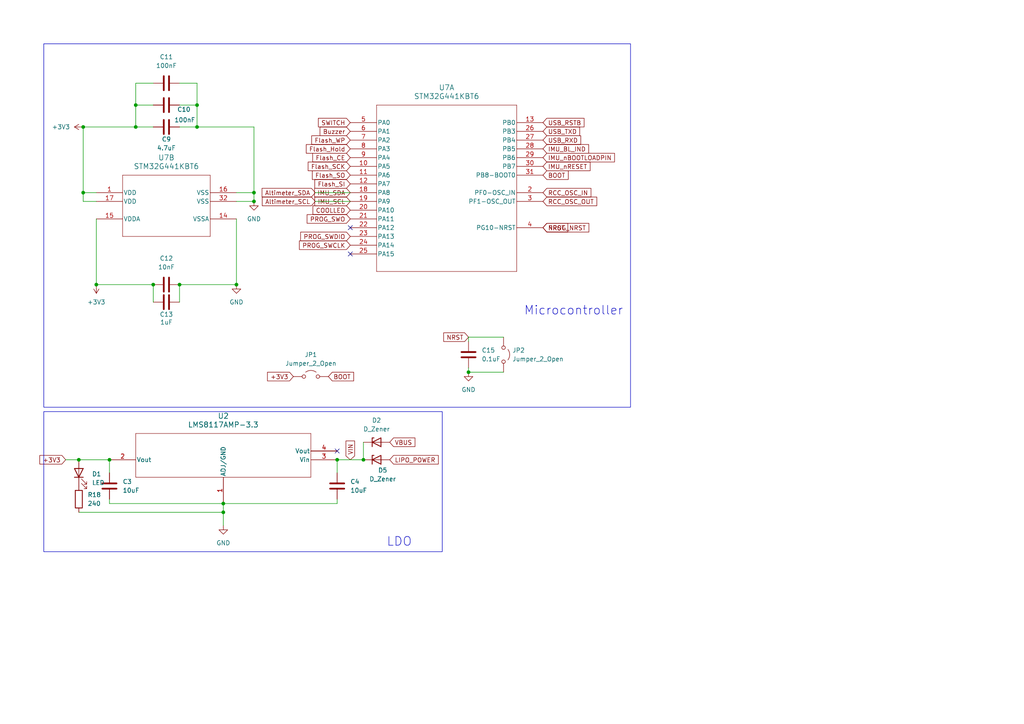
<source format=kicad_sch>
(kicad_sch (version 20250114) (generator "eeschema") (generator_version "9.0")
  (paper "A4")
  (lib_symbols
    (symbol "Device:C" (pin_numbers (hide yes)) (pin_names (offset 0.254))
      (property "Reference" "C" (at 0.635 2.54 0))
      (property "Value" "C" (at 0.635 -2.54 0))
      (symbol "C_0_1"
        (polyline (pts (xy -2.032 0.762) (xy 2.032 0.762)) (stroke (width 0.508)))
        (polyline (pts (xy -2.032 -0.762) (xy 2.032 -0.762)) (stroke (width 0.508)))
      )
      (symbol "C_1_1"
        (pin passive line (at 0 3.81 270) (length 2.794) (name "~") (number "1"))
        (pin passive line (at 0 -3.81 90) (length 2.794) (name "~") (number "2"))
      )
    )
    (symbol "Device:D_Zener" (pin_numbers (hide yes)) (pin_names (offset 1.016) (hide yes))
      (property "Reference" "D" (at 0 2.54 0))
      (property "Value" "D_Zener" (at 0 -2.54 0))
      (symbol "D_Zener_0_1"
        (polyline (pts (xy -1.27 -1.27) (xy -1.27 1.27) (xy -0.762 1.27)) (stroke (width 0.254)))
        (polyline (pts (xy 1.27 0) (xy -1.27 0)))
        (polyline (pts (xy 1.27 -1.27) (xy 1.27 1.27) (xy -1.27 0) (xy 1.27 -1.27)) (stroke (width 0.254)))
      )
      (symbol "D_Zener_1_1"
        (pin passive line (at -3.81 0 0) (length 2.54) (name "K") (number "1"))
        (pin passive line (at 3.81 0 180) (length 2.54) (name "A") (number "2"))
      )
    )
    (symbol "Device:LED" (pin_numbers (hide yes)) (pin_names (offset 1.016) (hide yes))
      (property "Reference" "D" (at 0 2.54 0))
      (property "Value" "LED" (at 0 -2.54 0))
      (symbol "LED_0_1"
        (polyline (pts (xy -3.048 -0.762) (xy -4.572 -2.286) (xy -3.81 -2.286) (xy -4.572 -2.286) (xy -4.572 -1.524)))
        (polyline (pts (xy -1.778 -0.762) (xy -3.302 -2.286) (xy -2.54 -2.286) (xy -3.302 -2.286) (xy -3.302 -1.524)))
        (polyline (pts (xy -1.27 0) (xy 1.27 0)))
        (polyline (pts (xy -1.27 -1.27) (xy -1.27 1.27)) (stroke (width 0.254)))
        (polyline (pts (xy 1.27 -1.27) (xy 1.27 1.27) (xy -1.27 0) (xy 1.27 -1.27)) (stroke (width 0.254)))
      )
      (symbol "LED_1_1"
        (pin passive line (at -3.81 0 0) (length 2.54) (name "K") (number "1"))
        (pin passive line (at 3.81 0 180) (length 2.54) (name "A") (number "2"))
      )
    )
    (symbol "Device:R" (pin_numbers (hide yes)) (pin_names (offset 0))
      (property "Reference" "R" (at 2.032 0 90))
      (property "Value" "R" (at 0 0 90))
      (symbol "R_0_1"
        (rectangle (start -1.016 -2.54) (end 1.016 2.54) (stroke (width 0.254)))
      )
      (symbol "R_1_1"
        (pin passive line (at 0 3.81 270) (length 1.27) (name "~") (number "1"))
        (pin passive line (at 0 -3.81 90) (length 1.27) (name "~") (number "2"))
      )
    )
    (symbol "Jumper:Jumper_2_Open" (pin_numbers (hide yes)) (pin_names (offset 0) (hide yes))
      (property "Reference" "JP" (at 0 2.794 0))
      (property "Value" "Jumper_2_Open" (at 0 -2.286 0))
      (symbol "Jumper_2_Open_0_0"
        (circle (center -2.032 0) (radius 0.508))
        (circle (center 2.032 0) (radius 0.508))
      )
      (symbol "Jumper_2_Open_0_1"
        (arc (start -1.524 1.27) (mid 0 1.778) (end 1.524 1.27))
      )
      (symbol "Jumper_2_Open_1_1"
        (pin passive line (at -5.08 0 0) (length 2.54) (name "A") (number "1"))
        (pin passive line (at 5.08 0 180) (length 2.54) (name "B") (number "2"))
      )
    )
    (symbol "Microcontroller:STM32G441KBT6" (pin_names (offset 0.254))
      (property "Reference" "U" (at 27.94 10.16 0))
      (property "Value" "STM32G441KBT6" (at 27.94 7.62 0))
      (symbol "STM32G441KBT6_1_1"
        (polyline (pts (xy 7.62 5.08) (xy 7.62 -43.18)) (stroke (width 0.127)))
        (polyline (pts (xy 7.62 -43.18) (xy 48.26 -43.18)) (stroke (width 0.127)))
        (polyline (pts (xy 48.26 5.08) (xy 7.62 5.08)) (stroke (width 0.127)))
        (polyline (pts (xy 48.26 -43.18) (xy 48.26 5.08)) (stroke (width 0.127)))
        (pin bidirectional line (at 0 0 0) (length 7.62) (name "PA0") (number "5"))
        (pin bidirectional line (at 0 -2.54 0) (length 7.62) (name "PA1") (number "6"))
        (pin bidirectional line (at 0 -5.08 0) (length 7.62) (name "PA2") (number "7"))
        (pin bidirectional line (at 0 -7.62 0) (length 7.62) (name "PA3") (number "8"))
        (pin bidirectional line (at 0 -10.16 0) (length 7.62) (name "PA4") (number "9"))
        (pin bidirectional line (at 0 -12.7 0) (length 7.62) (name "PA5") (number "10"))
        (pin bidirectional line (at 0 -15.24 0) (length 7.62) (name "PA6") (number "11"))
        (pin bidirectional line (at 0 -17.78 0) (length 7.62) (name "PA7") (number "12"))
        (pin bidirectional line (at 0 -20.32 0) (length 7.62) (name "PA8") (number "18"))
        (pin bidirectional line (at 0 -22.86 0) (length 7.62) (name "PA9") (number "19"))
        (pin bidirectional line (at 0 -25.4 0) (length 7.62) (name "PA10") (number "20"))
        (pin bidirectional line (at 0 -27.94 0) (length 7.62) (name "PA11") (number "21"))
        (pin bidirectional line (at 0 -30.48 0) (length 7.62) (name "PA12") (number "22"))
        (pin bidirectional line (at 0 -33.02 0) (length 7.62) (name "PA13") (number "23"))
        (pin bidirectional line (at 0 -35.56 0) (length 7.62) (name "PA14") (number "24"))
        (pin bidirectional line (at 0 -38.1 0) (length 7.62) (name "PA15") (number "25"))
        (pin bidirectional line (at 55.88 0 180) (length 7.62) (name "PB0") (number "13"))
        (pin bidirectional line (at 55.88 -2.54 180) (length 7.62) (name "PB3") (number "26"))
        (pin bidirectional line (at 55.88 -5.08 180) (length 7.62) (name "PB4") (number "27"))
        (pin bidirectional line (at 55.88 -7.62 180) (length 7.62) (name "PB5") (number "28"))
        (pin bidirectional line (at 55.88 -10.16 180) (length 7.62) (name "PB6") (number "29"))
        (pin bidirectional line (at 55.88 -12.7 180) (length 7.62) (name "PB7") (number "30"))
        (pin bidirectional line (at 55.88 -15.24 180) (length 7.62) (name "PB8-BOOT0") (number "31"))
        (pin bidirectional line (at 55.88 -20.32 180) (length 7.62) (name "PF0-OSC_IN") (number "2"))
        (pin bidirectional line (at 55.88 -22.86 180) (length 7.62) (name "PF1-OSC_OUT") (number "3"))
        (pin bidirectional line (at 55.88 -30.48 180) (length 7.62) (name "PG10-NRST") (number "4"))
      )
      (symbol "STM32G441KBT6_2_1"
        (polyline (pts (xy 7.62 5.08) (xy 7.62 -12.7)) (stroke (width 0.127)))
        (polyline (pts (xy 7.62 -12.7) (xy 33.02 -12.7)) (stroke (width 0.127)))
        (polyline (pts (xy 33.02 5.08) (xy 7.62 5.08)) (stroke (width 0.127)))
        (polyline (pts (xy 33.02 -12.7) (xy 33.02 5.08)) (stroke (width 0.127)))
        (pin power_in line (at 0 0 0) (length 7.62) (name "VDD") (number "1"))
        (pin power_in line (at 0 -2.54 0) (length 7.62) (name "VDD") (number "17"))
        (pin power_in line (at 0 -7.62 0) (length 7.62) (name "VDDA") (number "15"))
        (pin power_in line (at 40.64 0 180) (length 7.62) (name "VSS") (number "16"))
        (pin power_in line (at 40.64 -2.54 180) (length 7.62) (name "VSS") (number "32"))
        (pin power_in line (at 40.64 -7.62 180) (length 7.62) (name "VSSA") (number "14"))
      )
    )
    (symbol "NEW_LDO:LMS8117AMP-3.3" (pin_names (offset 0.254))
      (property "Reference" "U2" (at 33.02 10.16 0))
      (property "Value" "LMS8117AMP-3.3" (at 33.02 7.62 0))
      (symbol "LMS8117AMP-3.3_0_1"
        (polyline (pts (xy 7.62 5.08) (xy 7.62 -7.62)) (stroke (width 0.127)))
        (polyline (pts (xy 7.62 -7.62) (xy 58.42 -7.62)) (stroke (width 0.127)))
        (polyline (pts (xy 58.42 5.08) (xy 7.62 5.08)) (stroke (width 0.127)))
        (polyline (pts (xy 58.42 -7.62) (xy 58.42 5.08)) (stroke (width 0.127)))
        (pin output line (at 0 -2.54 0) (length 7.62) (name "Vout") (number "2"))
        (pin passive line (at 33.02 -15.24 90) (length 7.62) (name "ADJ/GND") (number "1"))
        (pin output line (at 66.04 0 180) (length 7.62) (name "Vout") (number "4"))
        (pin input line (at 66.04 -2.54 180) (length 7.62) (name "Vin") (number "3"))
      )
    )
    (symbol "power:+3V3" (power) (pin_numbers (hide yes)) (pin_names (offset 0) (hide yes))
      (property "Value" "+3V3" (at 0 3.556 0))
      (symbol "+3V3_0_1"
        (polyline (pts (xy -0.762 1.27) (xy 0 2.54)))
        (polyline (pts (xy 0 2.54) (xy 0.762 1.27)))
        (polyline (pts (xy 0 0) (xy 0 2.54)))
      )
      (symbol "+3V3_1_1"
        (pin power_in line (at 0 0 90) (length 0) (name "~") (number "1"))
      )
    )
    (symbol "power:GND" (power) (pin_numbers (hide yes)) (pin_names (offset 0) (hide yes))
      (property "Value" "GND" (at 0 -3.81 0))
      (symbol "GND_0_1"
        (polyline (pts (xy 0 0) (xy 0 -1.27) (xy 1.27 -1.27) (xy 0 -2.54) (xy -1.27 -1.27) (xy 0 -1.27)))
      )
      (symbol "GND_1_1"
        (pin power_in line (at 0 0 270) (length 0) (name "~") (number "1"))
      )
    )
  )
  (rectangle (start 12.7 12.7) (end 182.88 118.11))
  (rectangle (start 12.7 119.38) (end 128.27 160.02))
  (text "Microcontroller" (at 166.37 90.17 0) (effects (font (size 2.54 2.54))))
  (text "LDO" (at 115.824 157.226 0) (effects (font (size 2.54 2.54))))
  (junction (at 57.15 36.83))
  (junction (at 135.89 107.95))
  (junction (at 97.79 133.35))
  (junction (at 68.58 82.55))
  (junction (at 31.75 133.35))
  (junction (at 39.37 30.48))
  (junction (at 52.07 82.55))
  (junction (at 57.15 30.48))
  (junction (at 27.94 82.55))
  (junction (at 44.45 82.55))
  (junction (at 105.41 133.35))
  (junction (at 39.37 36.83))
  (junction (at 73.66 55.88))
  (junction (at 22.86 133.35))
  (junction (at 24.13 55.88))
  (junction (at 64.77 148.59))
  (junction (at 64.77 146.05))
  (junction (at 73.66 58.42))
  (junction (at 24.13 36.83))
  (no_connect (at 97.79 130.81))
  (no_connect (at 101.6 73.66))
  (no_connect (at 101.6 66.04))
  (wire (pts (xy 39.37 36.83) (xy 39.37 30.48)))
  (wire (pts (xy 44.45 82.55) (xy 27.94 82.55)))
  (wire (pts (xy 31.75 133.35) (xy 31.75 137.16)))
  (wire (pts (xy 73.66 55.88) (xy 73.66 58.42)))
  (wire (pts (xy 64.77 146.05) (xy 97.79 146.05)))
  (wire (pts (xy 146.05 97.79) (xy 135.89 97.79)))
  (wire (pts (xy 52.07 30.48) (xy 57.15 30.48)))
  (wire (pts (xy 24.13 55.88) (xy 24.13 36.83)))
  (wire (pts (xy 91.44 55.88) (xy 101.6 55.88)))
  (wire (pts (xy 39.37 36.83) (xy 44.45 36.83)))
  (wire (pts (xy 68.58 55.88) (xy 73.66 55.88)))
  (wire (pts (xy 52.07 24.13) (xy 57.15 24.13)))
  (wire (pts (xy 57.15 36.83) (xy 73.66 36.83)))
  (wire (pts (xy 135.89 97.79) (xy 135.89 99.06)))
  (wire (pts (xy 73.66 36.83) (xy 73.66 55.88)))
  (wire (pts (xy 52.07 82.55) (xy 52.07 87.63)))
  (wire (pts (xy 31.75 144.78) (xy 31.75 146.05)))
  (wire (pts (xy 27.94 82.55) (xy 27.94 63.5)))
  (wire (pts (xy 24.13 55.88) (xy 27.94 55.88)))
  (wire (pts (xy 135.89 107.95) (xy 146.05 107.95)))
  (wire (pts (xy 91.44 58.42) (xy 101.6 58.42)))
  (wire (pts (xy 135.89 106.68) (xy 135.89 107.95)))
  (wire (pts (xy 97.79 144.78) (xy 97.79 146.05)))
  (wire (pts (xy 39.37 30.48) (xy 44.45 30.48)))
  (wire (pts (xy 97.79 133.35) (xy 97.79 137.16)))
  (wire (pts (xy 39.37 30.48) (xy 39.37 24.13)))
  (wire (pts (xy 24.13 58.42) (xy 24.13 55.88)))
  (wire (pts (xy 105.41 128.27) (xy 105.41 133.35)))
  (wire (pts (xy 27.94 58.42) (xy 24.13 58.42)))
  (wire (pts (xy 39.37 24.13) (xy 44.45 24.13)))
  (wire (pts (xy 22.86 133.35) (xy 31.75 133.35)))
  (wire (pts (xy 19.05 133.35) (xy 22.86 133.35)))
  (wire (pts (xy 44.45 82.55) (xy 44.45 87.63)))
  (wire (pts (xy 68.58 82.55) (xy 52.07 82.55)))
  (wire (pts (xy 57.15 30.48) (xy 57.15 36.83)))
  (wire (pts (xy 57.15 24.13) (xy 57.15 30.48)))
  (wire (pts (xy 64.77 146.05) (xy 64.77 148.59)))
  (wire (pts (xy 68.58 63.5) (xy 68.58 82.55)))
  (wire (pts (xy 97.79 133.35) (xy 105.41 133.35)))
  (wire (pts (xy 68.58 58.42) (xy 73.66 58.42)))
  (wire (pts (xy 52.07 36.83) (xy 57.15 36.83)))
  (wire (pts (xy 24.13 36.83) (xy 39.37 36.83)))
  (wire (pts (xy 64.77 152.4) (xy 64.77 148.59)))
  (wire (pts (xy 22.86 148.59) (xy 64.77 148.59)))
  (wire (pts (xy 31.75 146.05) (xy 64.77 146.05)))
  (global_label "Flash_SO" (shape input) (at 101.6 50.8 180) (property "Intersheetrefs" "${INTERSHEET_REFS}" (effects (hide yes))))
  (global_label "BOOT" (shape input) (at 157.48 50.8 0) (property "Intersheetrefs" "${INTERSHEET_REFS}" (effects (hide yes))))
  (global_label "NRST" (shape input) (at 157.48 66.04 0) (property "Intersheetrefs" "${INTERSHEET_REFS}" (effects (hide yes))))
  (global_label "IMU_SDA" (shape input) (at 101.6 55.88 180) (property "Intersheetrefs" "${INTERSHEET_REFS}" (effects (hide yes))))
  (global_label "Flash_SCK" (shape input) (at 101.6 48.26 180) (property "Intersheetrefs" "${INTERSHEET_REFS}" (effects (hide yes))))
  (global_label "RCC_OSC_OUT" (shape input) (at 157.48 58.42 0) (property "Intersheetrefs" "${INTERSHEET_REFS}" (effects (hide yes))))
  (global_label "USB_RSTB" (shape input) (at 157.48 35.56 0) (property "Intersheetrefs" "${INTERSHEET_REFS}" (effects (hide yes))))
  (global_label "SWITCH" (shape input) (at 101.6 35.56 180) (property "Intersheetrefs" "${INTERSHEET_REFS}" (effects (hide yes))))
  (global_label "IMU_BL_IND" (shape input) (at 157.48 43.18 0) (property "Intersheetrefs" "${INTERSHEET_REFS}" (effects (hide yes))))
  (global_label "VIN" (shape input) (at 101.6 133.35 90) (property "Intersheetrefs" "${INTERSHEET_REFS}" (effects (hide yes))))
  (global_label "IMU_SCL" (shape input) (at 101.6 58.42 180) (property "Intersheetrefs" "${INTERSHEET_REFS}" (effects (hide yes))))
  (global_label "Altimeter_SDA" (shape input) (at 91.44 55.88 180) (property "Intersheetrefs" "${INTERSHEET_REFS}" (effects (hide yes))))
  (global_label "Flash_Hold" (shape input) (at 101.6 43.18 180) (property "Intersheetrefs" "${INTERSHEET_REFS}" (effects (hide yes))))
  (global_label "+3V3" (shape input) (at 85.09 109.22 180) (property "Intersheetrefs" "${INTERSHEET_REFS}" (effects (hide yes))))
  (global_label "Flash_CE" (shape input) (at 101.6 45.72 180) (property "Intersheetrefs" "${INTERSHEET_REFS}" (effects (hide yes))))
  (global_label "VBUS" (shape input) (at 113.03 128.27 0) (property "Intersheetrefs" "${INTERSHEET_REFS}" (effects (hide yes))))
  (global_label "LIPO_POWER" (shape input) (at 113.03 133.35 0) (property "Intersheetrefs" "${INTERSHEET_REFS}" (effects (hide yes))))
  (global_label "USB_TXD" (shape input) (at 157.48 38.1 0) (property "Intersheetrefs" "${INTERSHEET_REFS}" (effects (hide yes))))
  (global_label "Flash_WP" (shape input) (at 101.6 40.64 180) (property "Intersheetrefs" "${INTERSHEET_REFS}" (effects (hide yes))))
  (global_label "PROG_SWCLK" (shape input) (at 101.6 71.12 180) (property "Intersheetrefs" "${INTERSHEET_REFS}" (effects (hide yes))))
  (global_label "PROG_SWO" (shape input) (at 101.6 63.5 180) (property "Intersheetrefs" "${INTERSHEET_REFS}" (effects (hide yes))))
  (global_label "Buzzer" (shape input) (at 101.6 38.1 180) (property "Intersheetrefs" "${INTERSHEET_REFS}" (effects (hide yes))))
  (global_label "PROG_NRST" (shape input) (at 157.48 66.04 0) (property "Intersheetrefs" "${INTERSHEET_REFS}" (effects (hide yes))))
  (global_label "IMU_nRESET" (shape input) (at 157.48 48.26 0) (property "Intersheetrefs" "${INTERSHEET_REFS}" (effects (hide yes))))
  (global_label "COOLLED" (shape input) (at 101.6 60.96 180) (property "Intersheetrefs" "${INTERSHEET_REFS}" (effects (hide yes))))
  (global_label "RCC_OSC_IN" (shape input) (at 157.48 55.88 0) (property "Intersheetrefs" "${INTERSHEET_REFS}" (effects (hide yes))))
  (global_label "+3V3" (shape input) (at 19.05 133.35 180) (property "Intersheetrefs" "${INTERSHEET_REFS}" (effects (hide yes))))
  (global_label "Altimeter_SCL" (shape input) (at 91.44 58.42 180) (property "Intersheetrefs" "${INTERSHEET_REFS}" (effects (hide yes))))
  (global_label "USB_RXD" (shape input) (at 157.48 40.64 0) (property "Intersheetrefs" "${INTERSHEET_REFS}" (effects (hide yes))))
  (global_label "Flash_SI" (shape input) (at 101.6 53.34 180) (property "Intersheetrefs" "${INTERSHEET_REFS}" (effects (hide yes))))
  (global_label "BOOT" (shape input) (at 95.25 109.22 0) (property "Intersheetrefs" "${INTERSHEET_REFS}" (effects (hide yes))))
  (global_label "IMU_nBOOTLOADPIN" (shape input) (at 157.48 45.72 0) (property "Intersheetrefs" "${INTERSHEET_REFS}" (effects (hide yes))))
  (global_label "PROG_SWDIO" (shape input) (at 101.6 68.58 180) (property "Intersheetrefs" "${INTERSHEET_REFS}" (effects (hide yes))))
  (global_label "NRST" (shape input) (at 135.89 97.79 180) (property "Intersheetrefs" "${INTERSHEET_REFS}" (effects (hide yes))))
  (symbol (lib_id "power:+3V3") (at 24.13 36.83 90) (unit 1)
    (property "Reference" "#PWR030" (effects (hide yes)))
    (property "Value" "+3V3" (at 20.32 36.8299 90) (effects (justify left)))
    (property "Description" "Power symbol creates a global label with name \"+3V3\"" (effects (hide yes)))
  )
  (symbol (lib_id "power:+3V3") (at 27.94 82.55 180) (unit 1)
    (property "Reference" "#PWR032" (effects (hide yes)))
    (property "Value" "+3V3" (at 27.94 87.63 0))
    (property "Description" "Power symbol creates a global label with name \"+3V3\"" (effects (hide yes)))
  )
  (symbol (lib_id "Device:LED") (at 22.86 137.16 90) (unit 1)
    (property "Reference" "D1" (at 26.67 137.4774 90) (effects (justify right)))
    (property "Value" "LED" (at 26.67 140.0174 90) (effects (justify right)))
    (property "Footprint" "LED_SMD:LED_0603_1608Metric" (effects (hide yes)))
    (property "Description" "Light emitting diode" (effects (hide yes)))
    (property "Sim.Pins" "1=K 2=A" (effects (hide yes)))
  )
  (symbol (lib_id "power:GND") (at 73.66 58.42 0) (unit 1)
    (property "Reference" "#PWR031" (effects (hide yes)))
    (property "Value" "GND" (at 73.66 63.5 0))
    (property "Description" "Power symbol creates a global label with name \"GND\" , ground" (effects (hide yes)))
  )
  (symbol (lib_id "Device:C") (at 48.26 36.83 90) (unit 1)
    (property "Reference" "C9" (at 48.26 40.386 90))
    (property "Value" "4.7uF" (at 48.26 42.926 90))
    (property "Footprint" "Capacitor_SMD:C_0603_1608Metric" (effects (hide yes)))
    (property "Description" "Unpolarized capacitor" (effects (hide yes)))
  )
  (symbol (lib_id "Device:C") (at 97.79 140.97 0) (unit 1)
    (property "Reference" "C4" (at 101.6 139.6999 0) (effects (justify left)))
    (property "Value" "10uF" (at 101.6 142.2399 0) (effects (justify left)))
    (property "Footprint" "Capacitor_SMD:C_0603_1608Metric" (effects (hide yes)))
    (property "Description" "Unpolarized capacitor" (effects (hide yes)))
  )
  (symbol (lib_id "Device:D_Zener") (at 109.22 133.35 0) (unit 1)
    (property "Reference" "D5" (at 110.998 136.398 0))
    (property "Value" "D_Zener" (at 110.998 138.938 0))
    (property "Footprint" "Diode_SMD:D_0201_0603Metric" (effects (hide yes)))
    (property "Description" "Zener diode" (effects (hide yes)))
  )
  (symbol (lib_id "Device:C") (at 48.26 82.55 90) (unit 1)
    (property "Reference" "C12" (at 48.26 74.93 90))
    (property "Value" "10nF" (at 48.26 77.47 90))
    (property "Footprint" "Capacitor_SMD:C_0603_1608Metric" (effects (hide yes)))
    (property "Description" "Unpolarized capacitor" (effects (hide yes)))
  )
  (symbol (lib_id "Device:R") (at 22.86 144.78 0) (unit 1)
    (property "Reference" "R18" (at 25.4 143.5099 0) (effects (justify left)))
    (property "Value" "240" (at 25.4 146.0499 0) (effects (justify left)))
    (property "Footprint" "Resistor_SMD:R_0603_1608Metric" (effects (hide yes)))
    (property "Description" "Resistor" (effects (hide yes)))
  )
  (symbol (lib_id "power:GND") (at 64.77 152.4 0) (unit 1)
    (property "Reference" "#PWR04" (effects (hide yes)))
    (property "Value" "GND" (at 64.77 157.48 0))
    (property "Description" "Power symbol creates a global label with name \"GND\" , ground" (effects (hide yes)))
  )
  (symbol (lib_id "NEW_LDO:LMS8117AMP-3.3") (at 31.75 130.81 0) (unit 1)
    (property "Reference" "U2" (at 64.77 120.65 0) (effects (font (size 1.524 1.524))))
    (property "Value" "LMS8117AMP-3.3" (at 64.77 123.19 0) (effects (font (size 1.524 1.524))))
    (property "Footprint" "footprint:10LGA_2X2X0p75_BOS" (effects (hide yes)))
    (property "Datasheet" "LMS8117AMP-3.3" (effects (hide yes)))
  )
  (symbol (lib_id "Jumper:Jumper_2_Open") (at 146.05 102.87 270) (unit 1)
    (property "Reference" "JP2" (at 148.59 101.5999 90) (effects (justify left)))
    (property "Value" "Jumper_2_Open" (at 148.59 104.1399 90) (effects (justify left)))
    (property "Footprint" "Jumper:SolderJumper-2_P1.3mm_Bridged2Bar_Pad1.0x1.5mm" (effects (hide yes)))
    (property "Description" "Jumper, 2-pole, open" (effects (hide yes)))
  )
  (symbol (lib_id "power:GND") (at 135.89 107.95 0) (unit 1)
    (property "Reference" "#PWR037" (effects (hide yes)))
    (property "Value" "GND" (at 135.89 113.03 0))
    (property "Description" "Power symbol creates a global label with name \"GND\" , ground" (effects (hide yes)))
  )
  (symbol (lib_id "Device:C") (at 135.89 102.87 0) (unit 1)
    (property "Reference" "C15" (at 139.7 101.5999 0) (effects (justify left)))
    (property "Value" "0.1uF" (at 139.7 104.1399 0) (effects (justify left)))
    (property "Footprint" "Capacitor_SMD:C_0201_0603Metric" (effects (hide yes)))
    (property "Description" "Unpolarized capacitor" (effects (hide yes)))
  )
  (symbol (lib_id "Device:C") (at 31.75 140.97 0) (unit 1)
    (property "Reference" "C3" (at 35.56 139.6999 0) (effects (justify left)))
    (property "Value" "10uF" (at 35.56 142.2399 0) (effects (justify left)))
    (property "Footprint" "Capacitor_SMD:C_0603_1608Metric" (effects (hide yes)))
    (property "Description" "Unpolarized capacitor" (effects (hide yes)))
  )
  (symbol (lib_id "Microcontroller:STM32G441KBT6") (at 101.6 35.56 0) (unit 1)
    (property "Reference" "U7" (at 129.54 25.4 0) (effects (font (size 1.524 1.524))))
    (property "Value" "STM32G441KBT6" (at 129.54 27.94 0) (effects (font (size 1.524 1.524))))
    (property "Footprint" "footprint:LQFP-32" (effects (hide yes)))
    (property "Datasheet" "https://www.st.com/resource/en/datasheet/stm32g441cb.pdf" (effects (hide yes)))
  )
  (symbol (lib_id "power:GND") (at 68.58 82.55 0) (unit 1)
    (property "Reference" "#PWR033" (effects (hide yes)))
    (property "Value" "GND" (at 68.58 87.63 0))
    (property "Description" "Power symbol creates a global label with name \"GND\" , ground" (effects (hide yes)))
  )
  (symbol (lib_id "Device:C") (at 48.26 87.63 90) (unit 1)
    (property "Reference" "C13" (at 48.26 91.186 90))
    (property "Value" "1uF" (at 48.26 93.472 90))
    (property "Footprint" "Capacitor_SMD:C_0603_1608Metric" (effects (hide yes)))
    (property "Description" "Unpolarized capacitor" (effects (hide yes)))
  )
  (symbol (lib_id "Device:C") (at 48.26 24.13 90) (unit 1)
    (property "Reference" "C11" (at 48.26 16.51 90))
    (property "Value" "100nF" (at 48.26 19.05 90))
    (property "Footprint" "Capacitor_SMD:C_0603_1608Metric" (effects (hide yes)))
    (property "Description" "Unpolarized capacitor" (effects (hide yes)))
  )
  (symbol (lib_id "Device:C") (at 48.26 30.48 90) (unit 1)
    (property "Reference" "C10" (at 53.34 31.75 90))
    (property "Value" "100nF" (at 53.594 34.798 90))
    (property "Footprint" "Capacitor_SMD:C_0603_1608Metric" (effects (hide yes)))
    (property "Description" "Unpolarized capacitor" (effects (hide yes)))
  )
  (symbol (lib_id "Jumper:Jumper_2_Open") (at 90.17 109.22 0) (unit 1)
    (property "Reference" "JP1" (at 90.17 102.87 0))
    (property "Value" "Jumper_2_Open" (at 90.17 105.41 0))
    (property "Footprint" "Jumper:SolderJumper-2_P1.3mm_Bridged2Bar_Pad1.0x1.5mm" (effects (hide yes)))
    (property "Description" "Jumper, 2-pole, open" (effects (hide yes)))
  )
  (symbol (lib_id "Microcontroller:STM32G441KBT6") (at 27.94 55.88 0) (unit 2)
    (property "Reference" "U7" (at 48.26 45.72 0) (effects (font (size 1.524 1.524))))
    (property "Value" "STM32G441KBT6" (at 48.26 48.26 0) (effects (font (size 1.524 1.524))))
    (property "Footprint" "footprint:LQFP-32" (effects (hide yes)))
    (property "Datasheet" "https://www.st.com/resource/en/datasheet/stm32g441cb.pdf" (effects (hide yes)))
  )
  (symbol (lib_id "Device:D_Zener") (at 109.22 128.27 0) (unit 1)
    (property "Reference" "D2" (at 109.22 121.92 0))
    (property "Value" "D_Zener" (at 109.22 124.46 0))
    (property "Footprint" "Diode_SMD:D_0201_0603Metric" (effects (hide yes)))
    (property "Description" "Zener diode" (effects (hide yes)))
  )
)
</source>
